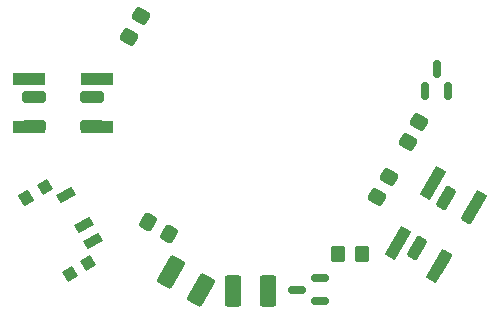
<source format=gbr>
%TF.GenerationSoftware,KiCad,Pcbnew,(6.0.5-0)*%
%TF.CreationDate,2022-06-08T15:30:43+08:00*%
%TF.ProjectId,dtl,64746c2e-6b69-4636-9164-5f7063625858,rev?*%
%TF.SameCoordinates,Original*%
%TF.FileFunction,Paste,Top*%
%TF.FilePolarity,Positive*%
%FSLAX46Y46*%
G04 Gerber Fmt 4.6, Leading zero omitted, Abs format (unit mm)*
G04 Created by KiCad (PCBNEW (6.0.5-0)) date 2022-06-08 15:30:43*
%MOMM*%
%LPD*%
G01*
G04 APERTURE LIST*
G04 Aperture macros list*
%AMRoundRect*
0 Rectangle with rounded corners*
0 $1 Rounding radius*
0 $2 $3 $4 $5 $6 $7 $8 $9 X,Y pos of 4 corners*
0 Add a 4 corners polygon primitive as box body*
4,1,4,$2,$3,$4,$5,$6,$7,$8,$9,$2,$3,0*
0 Add four circle primitives for the rounded corners*
1,1,$1+$1,$2,$3*
1,1,$1+$1,$4,$5*
1,1,$1+$1,$6,$7*
1,1,$1+$1,$8,$9*
0 Add four rect primitives between the rounded corners*
20,1,$1+$1,$2,$3,$4,$5,0*
20,1,$1+$1,$4,$5,$6,$7,0*
20,1,$1+$1,$6,$7,$8,$9,0*
20,1,$1+$1,$8,$9,$2,$3,0*%
%AMRotRect*
0 Rectangle, with rotation*
0 The origin of the aperture is its center*
0 $1 length*
0 $2 width*
0 $3 Rotation angle, in degrees counterclockwise*
0 Add horizontal line*
21,1,$1,$2,0,0,$3*%
G04 Aperture macros list end*
%ADD10RotRect,0.800000X1.500000X300.000000*%
%ADD11RotRect,1.000000X1.000000X300.000000*%
%ADD12RotRect,1.100000X1.000000X300.000000*%
%ADD13RoundRect,0.250000X0.350000X0.450000X-0.350000X0.450000X-0.350000X-0.450000X0.350000X-0.450000X0*%
%ADD14RoundRect,0.250001X-0.938035X-0.699727X-0.136964X-1.162226X0.938035X0.699727X0.136964X1.162226X0*%
%ADD15RoundRect,0.150000X0.587500X0.150000X-0.587500X0.150000X-0.587500X-0.150000X0.587500X-0.150000X0*%
%ADD16RoundRect,0.150000X0.150000X-0.587500X0.150000X0.587500X-0.150000X0.587500X-0.150000X-0.587500X0*%
%ADD17RoundRect,0.250000X0.214711X-0.528109X0.564711X0.078109X-0.214711X0.528109X-0.564711X-0.078109X0*%
%ADD18RoundRect,0.250000X-0.750000X0.250000X-0.750000X-0.250000X0.750000X-0.250000X0.750000X0.250000X0*%
%ADD19R,2.800000X1.000000*%
%ADD20RoundRect,0.250001X0.462499X1.074999X-0.462499X1.074999X-0.462499X-1.074999X0.462499X-1.074999X0*%
%ADD21RotRect,2.800000X1.000000X240.000000*%
%ADD22RoundRect,0.250000X-0.591506X-0.524519X-0.158494X-0.774519X0.591506X0.524519X0.158494X0.774519X0*%
%ADD23RoundRect,0.250000X-0.214711X0.528109X-0.564711X-0.078109X0.214711X-0.528109X0.564711X0.078109X0*%
%ADD24RoundRect,0.250000X-0.528109X-0.214711X0.078109X-0.564711X0.528109X0.214711X-0.078109X0.564711X0*%
G04 APERTURE END LIST*
D10*
%TO.C,SW3*%
X130709087Y-68351443D03*
X132209087Y-70949519D03*
X132959087Y-72248557D03*
D11*
X128858254Y-67745706D03*
X132558254Y-74154294D03*
D12*
X127299408Y-68645706D03*
D11*
X130999408Y-75054294D03*
%TD*%
D13*
%TO.C,R10*%
X155700000Y-73400000D03*
X153700000Y-73400000D03*
%TD*%
D14*
%TO.C,D3*%
X139523574Y-74912500D03*
X142100000Y-76400000D03*
%TD*%
D15*
%TO.C,Q2*%
X152137500Y-77350000D03*
X152137500Y-75450000D03*
X150262500Y-76400000D03*
%TD*%
D16*
%TO.C,Q5*%
X161100000Y-59600000D03*
X163000000Y-59600000D03*
X162050000Y-57725000D03*
%TD*%
D17*
%TO.C,R13*%
X157000000Y-68566025D03*
X158000000Y-66833975D03*
%TD*%
D18*
%TO.C,SW11*%
X132900000Y-62500000D03*
X127950000Y-62500000D03*
X132850000Y-60100000D03*
X127950000Y-60100000D03*
%TD*%
D19*
%TO.C,SW13*%
X133300000Y-62600000D03*
X127500000Y-62600000D03*
X133300000Y-58600000D03*
X127500000Y-58600000D03*
%TD*%
D20*
%TO.C,D6*%
X147787500Y-76500000D03*
X144812500Y-76500000D03*
%TD*%
D21*
%TO.C,SW12*%
X165182051Y-69388526D03*
X162282051Y-74411474D03*
X161717949Y-67388526D03*
X158817949Y-72411474D03*
%TD*%
D22*
%TO.C,SW4*%
X164963461Y-69806699D03*
X162488461Y-74093525D03*
X162860000Y-68650000D03*
X160410000Y-72893525D03*
%TD*%
D17*
%TO.C,R14*%
X159600000Y-63932050D03*
X160600000Y-62200000D03*
%TD*%
D23*
%TO.C,R5*%
X137031705Y-53254927D03*
X136031705Y-54986977D03*
%TD*%
D24*
%TO.C,R8*%
X137627950Y-70650000D03*
X139360000Y-71650000D03*
%TD*%
M02*

</source>
